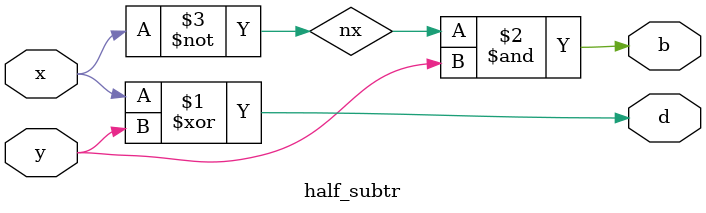
<source format=v>
module half_subtr(x,y,d,b);
input x,y;
output wire d,b;
wire nx;
not(nx,x);
xor(d,x,y);
and(b,nx,y);
endmodule

</source>
